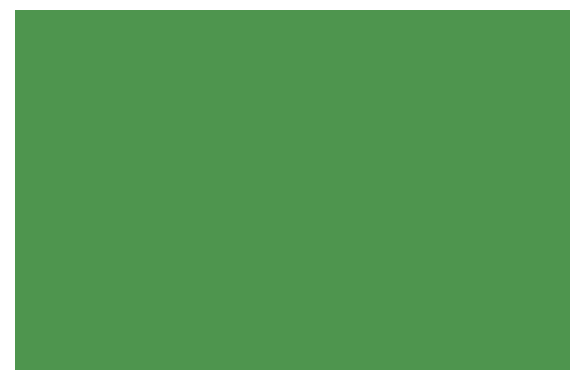
<source format=gbr>
G04 DipTrace 2.4.0.2*
%INBoard.gbr*%
%MOIN*%
%ADD11C,0.0055*%
%FSLAX44Y44*%
G04*
G70*
G90*
G75*
G01*
%LNBoardPoly*%
%LPD*%
G36*
X3937Y15937D2*
D11*
X22437D1*
Y3937D1*
X3937D1*
Y15937D1*
G37*
M02*

</source>
